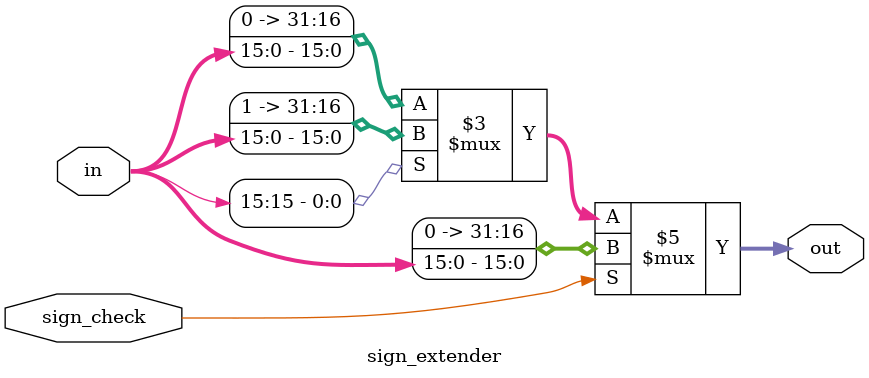
<source format=v>
module sign_extender (in, out, sign_check);

  input sign_check;
  input [15:0] in;
  output reg [31:0] out;
  
  always @(*) begin

  if (sign_check) begin
    out = {16'b0000000000000000,in};
  end
  
  else begin
    out = (in[15] == 1) ? {16'b1111111111111111, in} : {16'b0000000000000000, in};
  end 
  end
endmodule 
</source>
